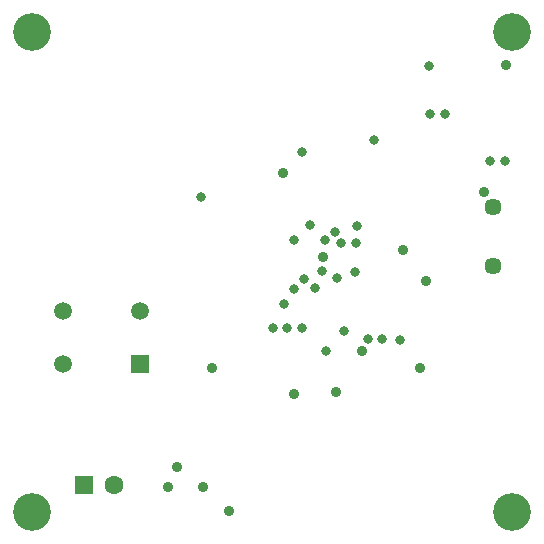
<source format=gbr>
G04*
G04 #@! TF.GenerationSoftware,Altium Limited,Altium Designer,24.8.2 (39)*
G04*
G04 Layer_Color=16711935*
%FSLAX26Y26*%
%MOIN*%
G70*
G04*
G04 #@! TF.SameCoordinates,943EF9C2-7E4B-4E9F-8D88-1E315B4C2DD2*
G04*
G04*
G04 #@! TF.FilePolarity,Negative*
G04*
G01*
G75*
%ADD56R,0.059055X0.059055*%
%ADD57C,0.059055*%
%ADD58C,0.126110*%
%ADD59C,0.057087*%
%ADD60C,0.062992*%
%ADD61R,0.062992X0.062992*%
%ADD62C,0.035433*%
%ADD63C,0.035559*%
%ADD64C,0.031622*%
D56*
X459953Y594417D02*
D03*
D57*
Y771583D02*
D03*
X204047D02*
D03*
Y594417D02*
D03*
D58*
X100000Y100000D02*
D03*
Y1700000D02*
D03*
X1700000Y100000D02*
D03*
Y1700000D02*
D03*
D59*
X1636614Y919394D02*
D03*
Y1116244D02*
D03*
D60*
X375000Y192000D02*
D03*
D61*
X275000D02*
D03*
D62*
X553890Y184000D02*
D03*
X672000D02*
D03*
D63*
X1338000Y972220D02*
D03*
X1201000Y637000D02*
D03*
X1070000Y949000D02*
D03*
X938000Y1231000D02*
D03*
X1679000Y1592000D02*
D03*
X1607815Y1168185D02*
D03*
X1415000Y870000D02*
D03*
X1393000Y579000D02*
D03*
X1113000Y499000D02*
D03*
X756000Y104000D02*
D03*
X585000Y252000D02*
D03*
X702000Y581000D02*
D03*
X974000Y494000D02*
D03*
D64*
X1026000Y1057000D02*
D03*
X1131000Y996000D02*
D03*
X1181000D02*
D03*
X1266000Y676000D02*
D03*
X1221000D02*
D03*
X905000Y713000D02*
D03*
X952000D02*
D03*
X975042Y1006042D02*
D03*
X1117000Y879000D02*
D03*
X1045189Y848000D02*
D03*
X1067000Y903000D02*
D03*
X999000Y714213D02*
D03*
X1109300Y1034071D02*
D03*
X1077000Y1006000D02*
D03*
X1176000Y899000D02*
D03*
X1627000Y1270000D02*
D03*
X973875Y843189D02*
D03*
X1008000Y877000D02*
D03*
X1184000Y1054029D02*
D03*
X1426000Y1428000D02*
D03*
X1239000Y1340000D02*
D03*
X1423000Y1586000D02*
D03*
X1476000Y1426000D02*
D03*
X1677000Y1271000D02*
D03*
X1327000Y673000D02*
D03*
X1001000Y1301000D02*
D03*
X663000Y1149000D02*
D03*
X940346Y794000D02*
D03*
X1081000Y636000D02*
D03*
X1139000Y704000D02*
D03*
M02*

</source>
